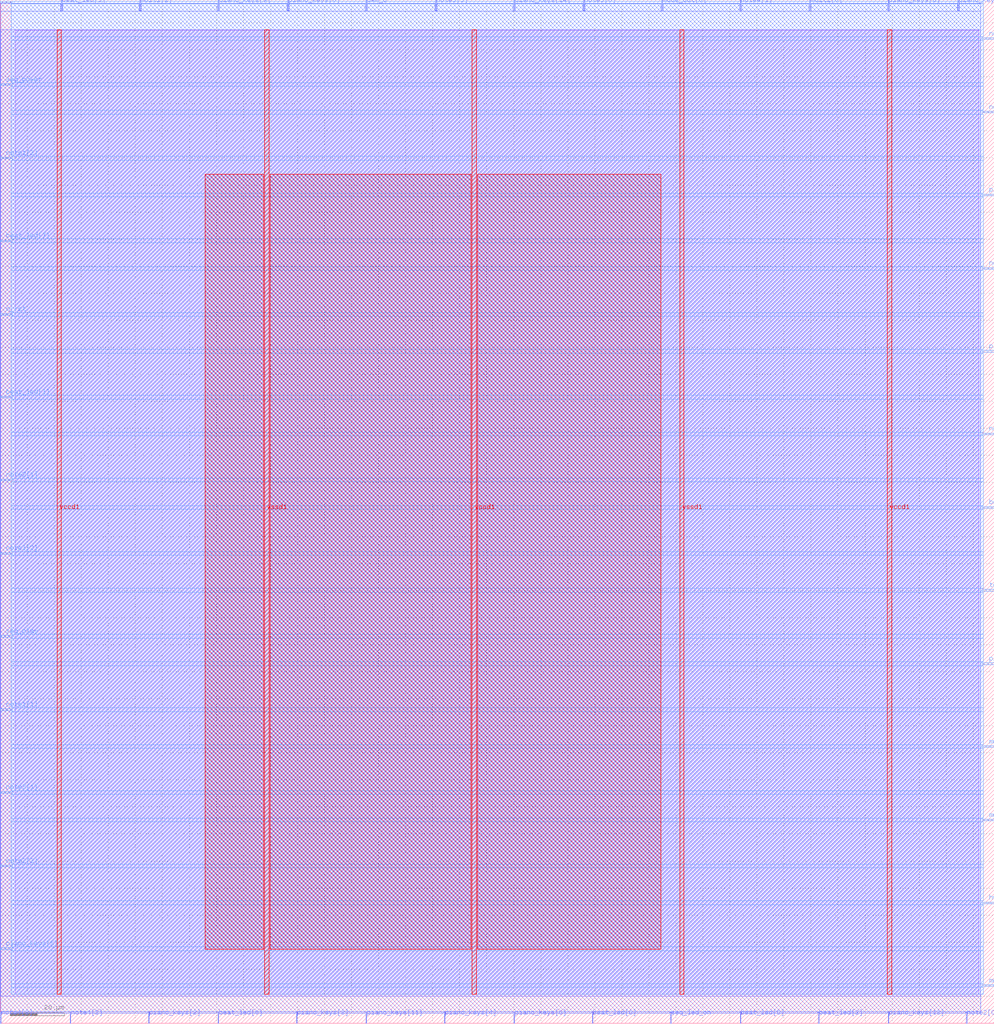
<source format=lef>
VERSION 5.7 ;
  NOWIREEXTENSIONATPIN ON ;
  DIVIDERCHAR "/" ;
  BUSBITCHARS "[]" ;
MACRO sass_synth
  CLASS BLOCK ;
  FOREIGN sass_synth ;
  ORIGIN 0.000 0.000 ;
  SIZE 367.785 BY 378.505 ;
  PIN beat_led[0]
    DIRECTION OUTPUT TRISTATE ;
    USE SIGNAL ;
    ANTENNADIFFAREA 0.795200 ;
    PORT
      LAYER met2 ;
        RECT 80.590 0.000 80.870 4.000 ;
    END
  END beat_led[0]
  PIN beat_led[1]
    DIRECTION OUTPUT TRISTATE ;
    USE SIGNAL ;
    ANTENNADIFFAREA 0.795200 ;
    PORT
      LAYER met3 ;
        RECT 0.000 231.240 4.000 231.840 ;
    END
  END beat_led[1]
  PIN beat_led[2]
    DIRECTION OUTPUT TRISTATE ;
    USE SIGNAL ;
    ANTENNADIFFAREA 0.795200 ;
    PORT
      LAYER met2 ;
        RECT 302.770 0.000 303.050 4.000 ;
    END
  END beat_led[2]
  PIN beat_led[3]
    DIRECTION OUTPUT TRISTATE ;
    USE SIGNAL ;
    ANTENNADIFFAREA 0.795200 ;
    PORT
      LAYER met2 ;
        RECT 22.630 374.505 22.910 378.505 ;
    END
  END beat_led[3]
  PIN beat_led[4]
    DIRECTION OUTPUT TRISTATE ;
    USE SIGNAL ;
    ANTENNADIFFAREA 0.445500 ;
    PORT
      LAYER met3 ;
        RECT 363.785 190.440 367.785 191.040 ;
    END
  END beat_led[4]
  PIN beat_led[5]
    DIRECTION OUTPUT TRISTATE ;
    USE SIGNAL ;
    ANTENNADIFFAREA 0.795200 ;
    PORT
      LAYER met2 ;
        RECT 273.790 0.000 274.070 4.000 ;
    END
  END beat_led[5]
  PIN beat_led[6]
    DIRECTION OUTPUT TRISTATE ;
    USE SIGNAL ;
    ANTENNADIFFAREA 0.795200 ;
    PORT
      LAYER met2 ;
        RECT 219.050 0.000 219.330 4.000 ;
    END
  END beat_led[6]
  PIN beat_led[7]
    DIRECTION OUTPUT TRISTATE ;
    USE SIGNAL ;
    ANTENNADIFFAREA 0.795200 ;
    PORT
      LAYER met3 ;
        RECT 0.000 289.040 4.000 289.640 ;
    END
  END beat_led[7]
  PIN cs
    DIRECTION INPUT ;
    USE SIGNAL ;
    ANTENNAGATEAREA 0.495000 ;
    PORT
      LAYER met3 ;
        RECT 0.000 377.440 4.000 378.040 ;
    END
  END cs
  PIN hwclk
    DIRECTION INPUT ;
    USE SIGNAL ;
    ANTENNAGATEAREA 0.852000 ;
    PORT
      LAYER met3 ;
        RECT 363.785 44.240 367.785 44.840 ;
    END
  END hwclk
  PIN mode_out[0]
    DIRECTION OUTPUT TRISTATE ;
    USE SIGNAL ;
    ANTENNADIFFAREA 0.445500 ;
    PORT
      LAYER met2 ;
        RECT 244.810 374.505 245.090 378.505 ;
    END
  END mode_out[0]
  PIN mode_out[1]
    DIRECTION OUTPUT TRISTATE ;
    USE SIGNAL ;
    ANTENNADIFFAREA 0.445500 ;
    PORT
      LAYER met3 ;
        RECT 363.785 13.640 367.785 14.240 ;
    END
  END mode_out[1]
  PIN multi[0]
    DIRECTION OUTPUT TRISTATE ;
    USE SIGNAL ;
    ANTENNADIFFAREA 0.795200 ;
    PORT
      LAYER met2 ;
        RECT 299.550 374.505 299.830 378.505 ;
    END
  END multi[0]
  PIN multi[1]
    DIRECTION OUTPUT TRISTATE ;
    USE SIGNAL ;
    ANTENNADIFFAREA 0.795200 ;
    PORT
      LAYER met3 ;
        RECT 363.785 74.840 367.785 75.440 ;
    END
  END multi[1]
  PIN multi[2]
    DIRECTION OUTPUT TRISTATE ;
    USE SIGNAL ;
    ANTENNADIFFAREA 0.445500 ;
    PORT
      LAYER met2 ;
        RECT 51.610 374.505 51.890 378.505 ;
    END
  END multi[2]
  PIN multi[3]
    DIRECTION OUTPUT TRISTATE ;
    USE SIGNAL ;
    PORT
      LAYER met3 ;
        RECT 363.785 102.040 367.785 102.640 ;
    END
  END multi[3]
  PIN n_rst
    DIRECTION INPUT ;
    USE SIGNAL ;
    ANTENNAGATEAREA 0.426000 ;
    PORT
      LAYER met3 ;
        RECT 0.000 261.840 4.000 262.440 ;
    END
  END n_rst
  PIN note1[0]
    DIRECTION OUTPUT TRISTATE ;
    USE SIGNAL ;
    ANTENNADIFFAREA 0.795200 ;
    PORT
      LAYER met3 ;
        RECT 363.785 336.640 367.785 337.240 ;
    END
  END note1[0]
  PIN note1[1]
    DIRECTION OUTPUT TRISTATE ;
    USE SIGNAL ;
    ANTENNADIFFAREA 0.795200 ;
    PORT
      LAYER met3 ;
        RECT 0.000 115.640 4.000 116.240 ;
    END
  END note1[1]
  PIN note1[2]
    DIRECTION OUTPUT TRISTATE ;
    USE SIGNAL ;
    ANTENNADIFFAREA 0.795200 ;
    PORT
      LAYER met3 ;
        RECT 0.000 173.440 4.000 174.040 ;
    END
  END note1[2]
  PIN note1[3]
    DIRECTION OUTPUT TRISTATE ;
    USE SIGNAL ;
    ANTENNADIFFAREA 0.795200 ;
    PORT
      LAYER met3 ;
        RECT 0.000 319.640 4.000 320.240 ;
    END
  END note1[3]
  PIN note2[0]
    DIRECTION OUTPUT TRISTATE ;
    USE SIGNAL ;
    ANTENNADIFFAREA 0.795200 ;
    PORT
      LAYER met2 ;
        RECT 357.510 0.000 357.790 4.000 ;
    END
  END note2[0]
  PIN note2[1]
    DIRECTION OUTPUT TRISTATE ;
    USE SIGNAL ;
    ANTENNADIFFAREA 0.795200 ;
    PORT
      LAYER met3 ;
        RECT 0.000 200.640 4.000 201.240 ;
    END
  END note2[1]
  PIN note2[2]
    DIRECTION OUTPUT TRISTATE ;
    USE SIGNAL ;
    ANTENNADIFFAREA 0.445500 ;
    PORT
      LAYER met3 ;
        RECT 363.785 278.840 367.785 279.440 ;
    END
  END note2[2]
  PIN note2[3]
    DIRECTION OUTPUT TRISTATE ;
    USE SIGNAL ;
    ANTENNADIFFAREA 0.795200 ;
    PORT
      LAYER met3 ;
        RECT 0.000 57.840 4.000 58.440 ;
    END
  END note2[3]
  PIN note3[0]
    DIRECTION OUTPUT TRISTATE ;
    USE SIGNAL ;
    ANTENNADIFFAREA 0.795200 ;
    PORT
      LAYER met2 ;
        RECT 215.830 374.505 216.110 378.505 ;
    END
  END note3[0]
  PIN note3[1]
    DIRECTION OUTPUT TRISTATE ;
    USE SIGNAL ;
    ANTENNADIFFAREA 0.795200 ;
    PORT
      LAYER met3 ;
        RECT 0.000 85.040 4.000 85.640 ;
    END
  END note3[1]
  PIN note3[2]
    DIRECTION OUTPUT TRISTATE ;
    USE SIGNAL ;
    ANTENNADIFFAREA 0.445500 ;
    PORT
      LAYER met3 ;
        RECT 363.785 363.840 367.785 364.440 ;
    END
  END note3[2]
  PIN note3[3]
    DIRECTION OUTPUT TRISTATE ;
    USE SIGNAL ;
    ANTENNADIFFAREA 0.795200 ;
    PORT
      LAYER met2 ;
        RECT 161.090 374.505 161.370 378.505 ;
    END
  END note3[3]
  PIN note4[0]
    DIRECTION OUTPUT TRISTATE ;
    USE SIGNAL ;
    ANTENNADIFFAREA 0.445500 ;
    PORT
      LAYER met3 ;
        RECT 363.785 217.640 367.785 218.240 ;
    END
  END note4[0]
  PIN note4[1]
    DIRECTION OUTPUT TRISTATE ;
    USE SIGNAL ;
    ANTENNADIFFAREA 0.795200 ;
    PORT
      LAYER met2 ;
        RECT 273.790 374.505 274.070 378.505 ;
    END
  END note4[1]
  PIN note4[2]
    DIRECTION OUTPUT TRISTATE ;
    USE SIGNAL ;
    ANTENNADIFFAREA 0.795200 ;
    PORT
      LAYER met2 ;
        RECT 25.850 0.000 26.130 4.000 ;
    END
  END note4[2]
  PIN note4[3]
    DIRECTION OUTPUT TRISTATE ;
    USE SIGNAL ;
    ANTENNADIFFAREA 0.795200 ;
    PORT
      LAYER met2 ;
        RECT 0.090 0.000 0.370 4.000 ;
    END
  END note4[3]
  PIN piano_keys[0]
    DIRECTION INPUT ;
    USE SIGNAL ;
    ANTENNAGATEAREA 0.196500 ;
    PORT
      LAYER met2 ;
        RECT 106.350 374.505 106.630 378.505 ;
    END
  END piano_keys[0]
  PIN piano_keys[10]
    DIRECTION INPUT ;
    USE SIGNAL ;
    ANTENNAGATEAREA 0.213000 ;
    PORT
      LAYER met3 ;
        RECT 363.785 306.040 367.785 306.640 ;
    END
  END piano_keys[10]
  PIN piano_keys[11]
    DIRECTION INPUT ;
    USE SIGNAL ;
    ANTENNAGATEAREA 0.196500 ;
    PORT
      LAYER met2 ;
        RECT 135.330 0.000 135.610 4.000 ;
    END
  END piano_keys[11]
  PIN piano_keys[12]
    DIRECTION INPUT ;
    USE SIGNAL ;
    ANTENNAGATEAREA 0.196500 ;
    PORT
      LAYER met3 ;
        RECT 363.785 248.240 367.785 248.840 ;
    END
  END piano_keys[12]
  PIN piano_keys[13]
    DIRECTION INPUT ;
    USE SIGNAL ;
    ANTENNAGATEAREA 0.196500 ;
    PORT
      LAYER met2 ;
        RECT 328.530 0.000 328.810 4.000 ;
    END
  END piano_keys[13]
  PIN piano_keys[14]
    DIRECTION INPUT ;
    USE SIGNAL ;
    ANTENNAGATEAREA 0.196500 ;
    PORT
      LAYER met2 ;
        RECT 190.070 374.505 190.350 378.505 ;
    END
  END piano_keys[14]
  PIN piano_keys[1]
    DIRECTION INPUT ;
    USE SIGNAL ;
    ANTENNAGATEAREA 0.196500 ;
    PORT
      LAYER met3 ;
        RECT 363.785 132.640 367.785 133.240 ;
    END
  END piano_keys[1]
  PIN piano_keys[2]
    DIRECTION INPUT ;
    USE SIGNAL ;
    ANTENNAGATEAREA 0.196500 ;
    PORT
      LAYER met2 ;
        RECT 54.830 0.000 55.110 4.000 ;
    END
  END piano_keys[2]
  PIN piano_keys[3]
    DIRECTION INPUT ;
    USE SIGNAL ;
    ANTENNAGATEAREA 0.196500 ;
    PORT
      LAYER met2 ;
        RECT 109.570 0.000 109.850 4.000 ;
    END
  END piano_keys[3]
  PIN piano_keys[4]
    DIRECTION INPUT ;
    USE SIGNAL ;
    ANTENNAGATEAREA 0.196500 ;
    PORT
      LAYER met2 ;
        RECT 164.310 0.000 164.590 4.000 ;
    END
  END piano_keys[4]
  PIN piano_keys[5]
    DIRECTION INPUT ;
    USE SIGNAL ;
    ANTENNAGATEAREA 0.196500 ;
    PORT
      LAYER met3 ;
        RECT 0.000 27.240 4.000 27.840 ;
    END
  END piano_keys[5]
  PIN piano_keys[6]
    DIRECTION INPUT ;
    USE SIGNAL ;
    ANTENNAGATEAREA 0.196500 ;
    PORT
      LAYER met2 ;
        RECT 190.070 0.000 190.350 4.000 ;
    END
  END piano_keys[6]
  PIN piano_keys[7]
    DIRECTION INPUT ;
    USE SIGNAL ;
    ANTENNAGATEAREA 0.196500 ;
    PORT
      LAYER met2 ;
        RECT 354.290 374.505 354.570 378.505 ;
    END
  END piano_keys[7]
  PIN piano_keys[8]
    DIRECTION INPUT ;
    USE SIGNAL ;
    ANTENNAGATEAREA 0.196500 ;
    PORT
      LAYER met2 ;
        RECT 328.530 374.505 328.810 378.505 ;
    END
  END piano_keys[8]
  PIN piano_keys[9]
    DIRECTION INPUT ;
    USE SIGNAL ;
    ANTENNAGATEAREA 0.196500 ;
    PORT
      LAYER met2 ;
        RECT 80.590 374.505 80.870 378.505 ;
    END
  END piano_keys[9]
  PIN pwm_o
    DIRECTION OUTPUT TRISTATE ;
    USE SIGNAL ;
    ANTENNADIFFAREA 0.795200 ;
    PORT
      LAYER met2 ;
        RECT 135.330 374.505 135.610 378.505 ;
    END
  END pwm_o
  PIN seq_led_on
    DIRECTION OUTPUT TRISTATE ;
    USE SIGNAL ;
    ANTENNADIFFAREA 0.795200 ;
    PORT
      LAYER met2 ;
        RECT 248.030 0.000 248.310 4.000 ;
    END
  END seq_led_on
  PIN seq_play
    DIRECTION INPUT ;
    USE SIGNAL ;
    ANTENNAGATEAREA 0.196500 ;
    PORT
      LAYER met3 ;
        RECT 0.000 142.840 4.000 143.440 ;
    END
  END seq_play
  PIN seq_power
    DIRECTION INPUT ;
    USE SIGNAL ;
    ANTENNAGATEAREA 0.196500 ;
    PORT
      LAYER met3 ;
        RECT 0.000 346.840 4.000 347.440 ;
    END
  END seq_power
  PIN tempo_select
    DIRECTION INPUT ;
    USE SIGNAL ;
    ANTENNAGATEAREA 0.213000 ;
    PORT
      LAYER met3 ;
        RECT 363.785 159.840 367.785 160.440 ;
    END
  END tempo_select
  PIN vccd1
    DIRECTION INOUT ;
    USE POWER ;
    PORT
      LAYER met4 ;
        RECT 21.040 10.640 22.640 367.440 ;
    END
    PORT
      LAYER met4 ;
        RECT 174.640 10.640 176.240 367.440 ;
    END
    PORT
      LAYER met4 ;
        RECT 328.240 10.640 329.840 367.440 ;
    END
  END vccd1
  PIN vssd1
    DIRECTION INOUT ;
    USE GROUND ;
    PORT
      LAYER met4 ;
        RECT 97.840 10.640 99.440 367.440 ;
    END
    PORT
      LAYER met4 ;
        RECT 251.440 10.640 253.040 367.440 ;
    END
  END vssd1
  OBS
      LAYER li1 ;
        RECT 5.520 10.795 362.020 367.285 ;
      LAYER met1 ;
        RECT 0.070 9.900 362.870 367.440 ;
      LAYER met2 ;
        RECT 0.100 374.225 22.350 377.245 ;
        RECT 23.190 374.225 51.330 377.245 ;
        RECT 52.170 374.225 80.310 377.245 ;
        RECT 81.150 374.225 106.070 377.245 ;
        RECT 106.910 374.225 135.050 377.245 ;
        RECT 135.890 374.225 160.810 377.245 ;
        RECT 161.650 374.225 189.790 377.245 ;
        RECT 190.630 374.225 215.550 377.245 ;
        RECT 216.390 374.225 244.530 377.245 ;
        RECT 245.370 374.225 273.510 377.245 ;
        RECT 274.350 374.225 299.270 377.245 ;
        RECT 300.110 374.225 328.250 377.245 ;
        RECT 329.090 374.225 354.010 377.245 ;
        RECT 354.850 374.225 362.850 377.245 ;
        RECT 0.100 4.280 362.850 374.225 ;
        RECT 0.650 3.670 25.570 4.280 ;
        RECT 26.410 3.670 54.550 4.280 ;
        RECT 55.390 3.670 80.310 4.280 ;
        RECT 81.150 3.670 109.290 4.280 ;
        RECT 110.130 3.670 135.050 4.280 ;
        RECT 135.890 3.670 164.030 4.280 ;
        RECT 164.870 3.670 189.790 4.280 ;
        RECT 190.630 3.670 218.770 4.280 ;
        RECT 219.610 3.670 247.750 4.280 ;
        RECT 248.590 3.670 273.510 4.280 ;
        RECT 274.350 3.670 302.490 4.280 ;
        RECT 303.330 3.670 328.250 4.280 ;
        RECT 329.090 3.670 357.230 4.280 ;
        RECT 358.070 3.670 362.850 4.280 ;
      LAYER met3 ;
        RECT 4.400 377.040 363.785 377.890 ;
        RECT 3.990 364.840 363.785 377.040 ;
        RECT 3.990 363.440 363.385 364.840 ;
        RECT 3.990 347.840 363.785 363.440 ;
        RECT 4.400 346.440 363.785 347.840 ;
        RECT 3.990 337.640 363.785 346.440 ;
        RECT 3.990 336.240 363.385 337.640 ;
        RECT 3.990 320.640 363.785 336.240 ;
        RECT 4.400 319.240 363.785 320.640 ;
        RECT 3.990 307.040 363.785 319.240 ;
        RECT 3.990 305.640 363.385 307.040 ;
        RECT 3.990 290.040 363.785 305.640 ;
        RECT 4.400 288.640 363.785 290.040 ;
        RECT 3.990 279.840 363.785 288.640 ;
        RECT 3.990 278.440 363.385 279.840 ;
        RECT 3.990 262.840 363.785 278.440 ;
        RECT 4.400 261.440 363.785 262.840 ;
        RECT 3.990 249.240 363.785 261.440 ;
        RECT 3.990 247.840 363.385 249.240 ;
        RECT 3.990 232.240 363.785 247.840 ;
        RECT 4.400 230.840 363.785 232.240 ;
        RECT 3.990 218.640 363.785 230.840 ;
        RECT 3.990 217.240 363.385 218.640 ;
        RECT 3.990 201.640 363.785 217.240 ;
        RECT 4.400 200.240 363.785 201.640 ;
        RECT 3.990 191.440 363.785 200.240 ;
        RECT 3.990 190.040 363.385 191.440 ;
        RECT 3.990 174.440 363.785 190.040 ;
        RECT 4.400 173.040 363.785 174.440 ;
        RECT 3.990 160.840 363.785 173.040 ;
        RECT 3.990 159.440 363.385 160.840 ;
        RECT 3.990 143.840 363.785 159.440 ;
        RECT 4.400 142.440 363.785 143.840 ;
        RECT 3.990 133.640 363.785 142.440 ;
        RECT 3.990 132.240 363.385 133.640 ;
        RECT 3.990 116.640 363.785 132.240 ;
        RECT 4.400 115.240 363.785 116.640 ;
        RECT 3.990 103.040 363.785 115.240 ;
        RECT 3.990 101.640 363.385 103.040 ;
        RECT 3.990 86.040 363.785 101.640 ;
        RECT 4.400 84.640 363.785 86.040 ;
        RECT 3.990 75.840 363.785 84.640 ;
        RECT 3.990 74.440 363.385 75.840 ;
        RECT 3.990 58.840 363.785 74.440 ;
        RECT 4.400 57.440 363.785 58.840 ;
        RECT 3.990 45.240 363.785 57.440 ;
        RECT 3.990 43.840 363.385 45.240 ;
        RECT 3.990 28.240 363.785 43.840 ;
        RECT 4.400 26.840 363.785 28.240 ;
        RECT 3.990 14.640 363.785 26.840 ;
        RECT 3.990 13.240 363.385 14.640 ;
        RECT 3.990 10.715 363.785 13.240 ;
      LAYER met4 ;
        RECT 75.735 27.375 97.440 313.985 ;
        RECT 99.840 27.375 174.240 313.985 ;
        RECT 176.640 27.375 244.425 313.985 ;
  END
END sass_synth
END LIBRARY


</source>
